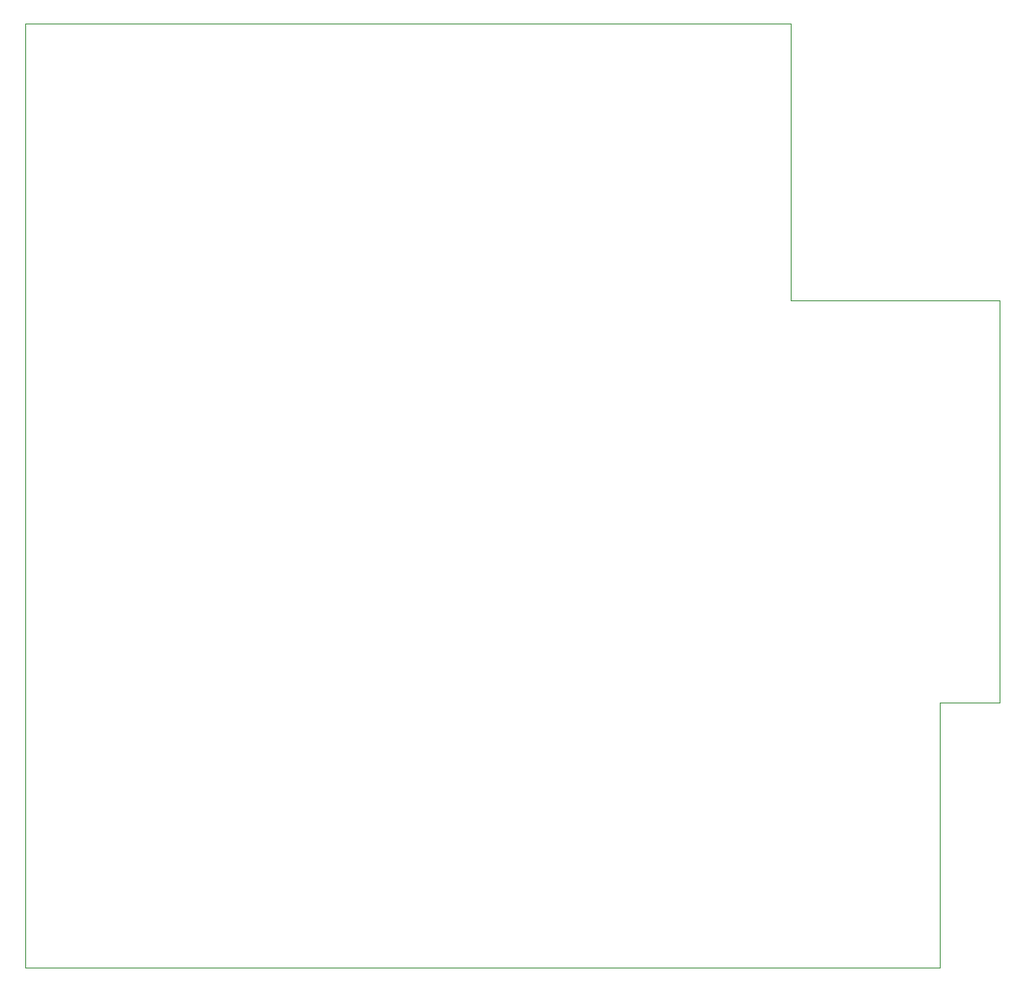
<source format=gbr>
G04 #@! TF.GenerationSoftware,KiCad,Pcbnew,(5.1.2-1)-1*
G04 #@! TF.CreationDate,2020-09-17T21:50:52+01:00*
G04 #@! TF.ProjectId,tranZPUter-SW-700_v1_2,7472616e-5a50-4557-9465-722d53572d37,rev?*
G04 #@! TF.SameCoordinates,Original*
G04 #@! TF.FileFunction,Profile,NP*
%FSLAX46Y46*%
G04 Gerber Fmt 4.6, Leading zero omitted, Abs format (unit mm)*
G04 Created by KiCad (PCBNEW (5.1.2-1)-1) date 2020-09-17 21:50:52*
%MOMM*%
%LPD*%
G04 APERTURE LIST*
%ADD10C,0.100000*%
G04 APERTURE END LIST*
D10*
X189500000Y-140000000D02*
X97500000Y-140000000D01*
X97500000Y-140000000D02*
X97500000Y-45000000D01*
X174500000Y-45000000D02*
X97500000Y-45000000D01*
X174500000Y-72830000D02*
X174500000Y-45000000D01*
X189500000Y-113330000D02*
X189500000Y-140000000D01*
X195500000Y-113330000D02*
X189500000Y-113330000D01*
X195500000Y-72830000D02*
X195500000Y-113330000D01*
X174500000Y-72830000D02*
X195500000Y-72830000D01*
M02*

</source>
